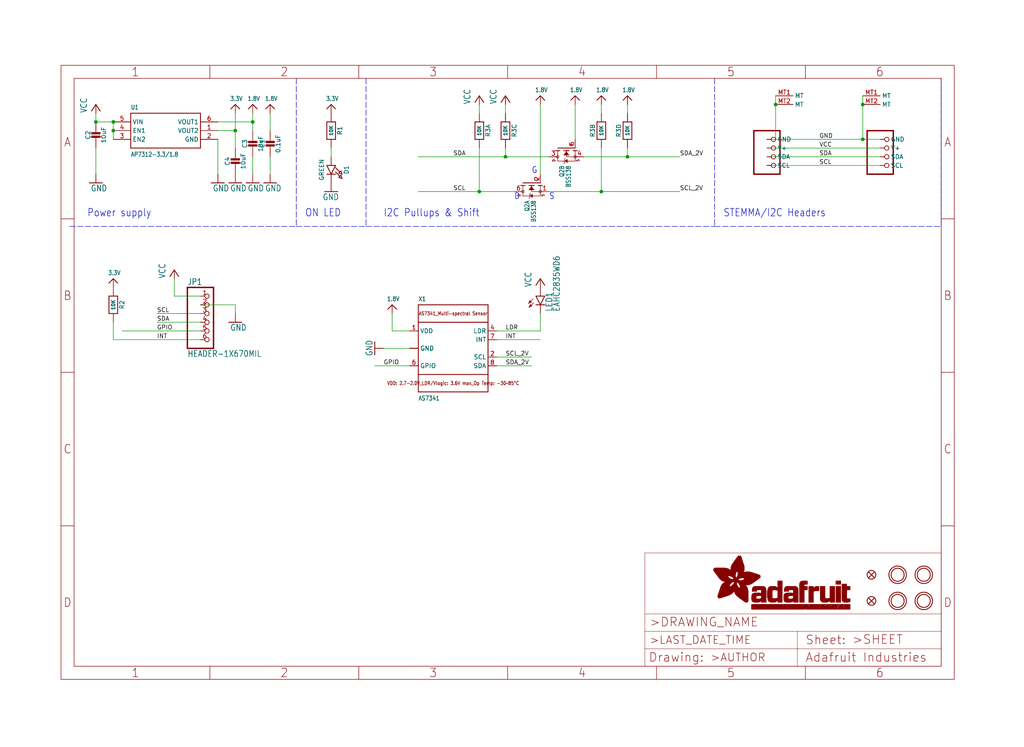
<source format=kicad_sch>
(kicad_sch (version 20211123) (generator eeschema)
  (paper "User" 298.45 217.881)
  (lib_symbols
    (symbol "eagleSchem-eagle-import:1.8V" (power)
      (property "Value" "1.8V" (at -1.524 1.016 0))
      (symbol "1.8V_1_0"
        (pin power_in line (at 0 -2.54 90) (length 2.54) (name "1.8V") (number "1"))
      )
    )
    (symbol "eagleSchem-eagle-import:3.3V" (power)
      (property "Value" "3.3V" (at -1.524 1.016 0))
      (symbol "3.3V_1_0"
        (pin power_in line (at 0 -2.54 90) (length 2.54) (name "3.3V") (number "1"))
      )
    )
    (symbol "eagleSchem-eagle-import:AS7341"
      (property "Reference" "X" (at -10.16 13.716 0))
      (property "Value" "AS7341" (at -10.16 -15.24 0))
      (symbol "AS7341_1_0"
        (text "AS7341_Multi-spectral Sensor" (at 0 10.16 0) (effects (font (size 1.016 0.8636))))
        (text "VDD: 2.7-2.0V_LDR/Vlogic: 3.6V max_Op Temp: -30~85°C" (at 0 -10.16 0) (effects (font (size 1.016 0.8636))))
        (pin power_in line (at -12.7 5.08 0) (length 2.54) (name "VDD") (number "1"))
        (pin input line (at 12.7 -2.54 180) (length 2.54) (name "SCL") (number "2"))
        (pin power_in line (at -12.7 0 0) (length 2.54) (name "GND") (number "3"))
        (pin bidirectional line (at 12.7 5.08 180) (length 2.54) (name "LDR") (number "4"))
        (pin power_in line (at -12.7 0 0) (length 2.54) (name "GND") (number "5"))
        (pin power_in line (at -12.7 -5.08 0) (length 2.54) (name "GPIO") (number "6"))
        (pin output line (at 12.7 2.54 180) (length 2.54) (name "INT") (number "7"))
        (pin bidirectional line (at 12.7 -5.08 180) (length 2.54) (name "SDA") (number "8"))
      )
    )
    (symbol "eagleSchem-eagle-import:CAP_CERAMIC0603_NO"
      (property "Reference" "C" (at -2.29 1.25 90))
      (property "Value" "CAP_CERAMIC0603_NO" (at 2.3 1.25 90))
      (symbol "CAP_CERAMIC0603_NO_1_0"
        (pin passive line (at 0 5.08 270) (length 2.54) (name "1") (number "1"))
        (pin passive line (at 0 -2.54 90) (length 2.54) (name "2") (number "2"))
      )
    )
    (symbol "eagleSchem-eagle-import:CAP_CERAMIC0805-NOOUTLINE"
      (property "Reference" "C" (at -2.29 1.25 90))
      (property "Value" "CAP_CERAMIC0805-NOOUTLINE" (at 2.3 1.25 90))
      (symbol "CAP_CERAMIC0805-NOOUTLINE_1_0"
        (pin passive line (at 0 5.08 270) (length 2.54) (name "1") (number "1"))
        (pin passive line (at 0 -2.54 90) (length 2.54) (name "2") (number "2"))
      )
    )
    (symbol "eagleSchem-eagle-import:FIDUCIAL_1MM")
    (symbol "eagleSchem-eagle-import:FRAME_A4_ADAFRUIT"
      (symbol "FRAME_A4_ADAFRUIT_0_0"
        (text "1" (at 21.6958 1.905 0) (effects (font (size 2.54 2.286))))
        (text "1" (at 21.6958 177.165 0) (effects (font (size 2.54 2.286))))
        (text "2" (at 65.0875 1.905 0) (effects (font (size 2.54 2.286))))
        (text "2" (at 65.0875 177.165 0) (effects (font (size 2.54 2.286))))
        (text "3" (at 108.4792 1.905 0) (effects (font (size 2.54 2.286))))
        (text "3" (at 108.4792 177.165 0) (effects (font (size 2.54 2.286))))
        (text "4" (at 151.8708 1.905 0) (effects (font (size 2.54 2.286))))
        (text "4" (at 151.8708 177.165 0) (effects (font (size 2.54 2.286))))
        (text "5" (at 195.2625 1.905 0) (effects (font (size 2.54 2.286))))
        (text "5" (at 195.2625 177.165 0) (effects (font (size 2.54 2.286))))
        (text "6" (at 238.6542 1.905 0) (effects (font (size 2.54 2.286))))
        (text "6" (at 238.6542 177.165 0) (effects (font (size 2.54 2.286))))
        (text "A" (at 1.905 156.6863 0) (effects (font (size 2.54 2.286))))
        (text "A" (at 258.445 156.6863 0) (effects (font (size 2.54 2.286))))
        (text "B" (at 1.905 111.9188 0) (effects (font (size 2.54 2.286))))
        (text "B" (at 258.445 111.9188 0) (effects (font (size 2.54 2.286))))
        (text "C" (at 1.905 67.1513 0) (effects (font (size 2.54 2.286))))
        (text "C" (at 258.445 67.1513 0) (effects (font (size 2.54 2.286))))
        (text "D" (at 1.905 22.3838 0) (effects (font (size 2.54 2.286))))
        (text "D" (at 258.445 22.3838 0) (effects (font (size 2.54 2.286))))
      )
      (symbol "FRAME_A4_ADAFRUIT_1_0"
        (text ">AUTHOR" (at 189.23 5.08 0) (effects (font (size 2.286 2.286)) (justify left bottom)))
        (text ">DRAWING_NAME" (at 171.45 15.24 0) (effects (font (size 2.54 2.54)) (justify left bottom)))
        (text ">LAST_DATE_TIME" (at 171.45 10.16 0) (effects (font (size 2.286 2.286)) (justify left bottom)))
        (text ">SHEET" (at 230.505 10.16 0) (effects (font (size 2.54 2.54)) (justify left bottom)))
        (text "Adafruit Industries" (at 216.916 4.953 0) (effects (font (size 2.54 2.54)) (justify left bottom)))
        (text "Drawing:" (at 171.196 4.953 0) (effects (font (size 2.54 2.54)) (justify left bottom)))
        (text "Sheet:" (at 216.916 10.033 0) (effects (font (size 2.54 2.54)) (justify left bottom)))
      )
    )
    (symbol "eagleSchem-eagle-import:GND" (power)
      (property "Value" "GND" (at -2.54 -2.54 0))
      (symbol "GND_1_0"
        (pin power_in line (at 0 2.54 270) (length 2.54) (name "GND") (number "1"))
      )
    )
    (symbol "eagleSchem-eagle-import:HEADER-1X670MIL"
      (property "Reference" "JP" (at -6.35 10.795 0))
      (property "Value" "HEADER-1X670MIL" (at -6.35 -10.16 0))
      (symbol "HEADER-1X670MIL_1_0"
        (pin passive inverted (at -2.54 7.62 0) (length 2.54) (name "1") (number "1"))
        (pin passive inverted (at -2.54 5.08 0) (length 2.54) (name "2") (number "2"))
        (pin passive inverted (at -2.54 2.54 0) (length 2.54) (name "3") (number "3"))
        (pin passive inverted (at -2.54 0 0) (length 2.54) (name "4") (number "4"))
        (pin passive inverted (at -2.54 -2.54 0) (length 2.54) (name "5") (number "5"))
        (pin passive inverted (at -2.54 -5.08 0) (length 2.54) (name "6") (number "6"))
      )
    )
    (symbol "eagleSchem-eagle-import:LED0603_NOOUTLINE"
      (property "Reference" "D" (at -1.27 4.445 0))
      (property "Value" "LED0603_NOOUTLINE" (at -1.27 -2.794 0))
      (symbol "LED0603_NOOUTLINE_1_0"
        (pin passive line (at -5.08 0 0) (length 2.54) (name "A") (number "A"))
        (pin passive line (at 2.54 0 180) (length 2.54) (name "C") (number "C"))
      )
    )
    (symbol "eagleSchem-eagle-import:LEDKA-3528ASYC"
      (property "Reference" "LED" (at 3.556 -4.572 90))
      (property "Value" "LEDKA-3528ASYC" (at 5.715 -4.572 90))
      (symbol "LEDKA-3528ASYC_1_0"
        (pin passive line (at 0 2.54 270) (length 2.54) (name "A") (number "A"))
        (pin passive line (at 0 -5.08 90) (length 2.54) (name "C") (number "C"))
      )
    )
    (symbol "eagleSchem-eagle-import:MOSFET-N_DUAL"
      (property "Reference" "Q" (at 5.08 0.635 0))
      (property "Value" "MOSFET-N_DUAL" (at 5.08 -1.27 0))
      (symbol "MOSFET-N_DUAL_1_0"
        (text "D" (at 3.175 3.175 0) (effects (font (size 0.8128 0.6908)) (justify left bottom)))
        (text "G" (at -1.27 -1.905 0) (effects (font (size 0.8128 0.6908)) (justify left bottom)))
        (text "S" (at 3.175 -3.81 0) (effects (font (size 0.8128 0.6908)) (justify left bottom)))
        (pin bidirectional line (at 2.54 -5.08 90) (length 2.54) (name "S") (number "1"))
        (pin bidirectional line (at -2.54 -2.54 0) (length 2.54) (name "G") (number "2"))
        (pin bidirectional line (at 2.54 5.08 270) (length 2.54) (name "D") (number "6"))
      )
      (symbol "MOSFET-N_DUAL_2_0"
        (text "D" (at 3.175 3.175 0) (effects (font (size 0.8128 0.6908)) (justify left bottom)))
        (text "G" (at -1.27 -1.905 0) (effects (font (size 0.8128 0.6908)) (justify left bottom)))
        (text "S" (at 3.175 -3.81 0) (effects (font (size 0.8128 0.6908)) (justify left bottom)))
        (pin bidirectional line (at 2.54 5.08 270) (length 2.54) (name "D") (number "3"))
        (pin bidirectional line (at 2.54 -5.08 90) (length 2.54) (name "S") (number "4"))
        (pin bidirectional line (at -2.54 -2.54 0) (length 2.54) (name "G") (number "5"))
      )
    )
    (symbol "eagleSchem-eagle-import:MOUNTINGHOLE2.5")
    (symbol "eagleSchem-eagle-import:RESISTOR_0603_NOOUT"
      (property "Reference" "R" (at 0 2.54 0))
      (property "Value" "RESISTOR_0603_NOOUT" (at 0 0 0))
      (symbol "RESISTOR_0603_NOOUT_1_0"
        (pin passive line (at -5.08 0 0) (length 2.54) (name "1") (number "1"))
        (pin passive line (at 5.08 0 180) (length 2.54) (name "2") (number "2"))
      )
    )
    (symbol "eagleSchem-eagle-import:RESISTOR_4PACK"
      (property "Reference" "R" (at 0 2.54 0))
      (property "Value" "RESISTOR_4PACK" (at 0 0 0))
      (symbol "RESISTOR_4PACK_1_0"
        (pin passive line (at -5.08 0 0) (length 2.54) (name "1") (number "1"))
        (pin passive line (at 5.08 0 180) (length 2.54) (name "2") (number "8"))
      )
      (symbol "RESISTOR_4PACK_2_0"
        (pin passive line (at -5.08 0 0) (length 2.54) (name "1") (number "2"))
        (pin passive line (at 5.08 0 180) (length 2.54) (name "2") (number "7"))
      )
      (symbol "RESISTOR_4PACK_3_0"
        (pin passive line (at -5.08 0 0) (length 2.54) (name "1") (number "3"))
        (pin passive line (at 5.08 0 180) (length 2.54) (name "2") (number "6"))
      )
      (symbol "RESISTOR_4PACK_4_0"
        (pin passive line (at -5.08 0 0) (length 2.54) (name "1") (number "4"))
        (pin passive line (at 5.08 0 180) (length 2.54) (name "2") (number "5"))
      )
    )
    (symbol "eagleSchem-eagle-import:STEMMA_I2C_QT"
      (symbol "STEMMA_I2C_QT_1_0"
        (pin passive inverted (at 0 5.08 0) (length 2.54) (name "GND") (number "1"))
        (pin passive inverted (at 0 2.54 0) (length 2.54) (name "V+") (number "2"))
        (pin passive inverted (at 0 0 0) (length 2.54) (name "SDA") (number "3"))
        (pin passive inverted (at 0 -2.54 0) (length 2.54) (name "SCL") (number "4"))
      )
      (symbol "STEMMA_I2C_QT_2_0"
        (pin bidirectional line (at 0 0 0) (length 5.08) (name "MT") (number "MT1"))
      )
      (symbol "STEMMA_I2C_QT_3_0"
        (pin bidirectional line (at 0 0 0) (length 5.08) (name "MT") (number "MT2"))
      )
    )
    (symbol "eagleSchem-eagle-import:VCC" (power)
      (property "Value" "VCC" (at -2.54 -2.54 90))
      (symbol "VCC_1_0"
        (pin power_in line (at 0 -2.54 90) (length 2.54) (name "VCC") (number "1"))
      )
    )
    (symbol "eagleSchem-eagle-import:VREG_SOT23-6_DUALAP7312"
      (property "Reference" "U" (at -10.16 6.096 0))
      (property "Value" "VREG_SOT23-6_DUALAP7312" (at -10.16 -7.62 0))
      (symbol "VREG_SOT23-6_DUALAP7312_1_0"
        (pin bidirectional line (at 15.24 0 180) (length 5.08) (name "VOUT2") (number "1"))
        (pin bidirectional line (at 15.24 -2.54 180) (length 5.08) (name "GND") (number "2"))
        (pin bidirectional line (at -15.24 -2.54 0) (length 5.08) (name "EN2") (number "3"))
        (pin bidirectional line (at -15.24 0 0) (length 5.08) (name "EN1") (number "4"))
        (pin bidirectional line (at -15.24 2.54 0) (length 5.08) (name "VIN") (number "5"))
        (pin bidirectional line (at 15.24 2.54 180) (length 5.08) (name "VOUT1") (number "6"))
      )
    )
  )
  (junction (at 226.06 30.48))
  (junction (at 33.02 38.1))
  (junction (at 139.7 55.88))
  (junction (at 182.88 45.72))
  (junction (at 27.94 35.56))
  (junction (at 175.26 55.88))
  (junction (at 147.32 45.72))
  (junction (at 73.66 35.56))
  (junction (at 68.58 38.1))
  (junction (at 251.46 40.64))
  (junction (at 33.02 35.56))
  (junction (at 251.46 30.48))
  (wire (pts (xy 182.88 45.72) (xy 198.12 45.72)))
  (wire (pts (xy 111.76 101.6) (xy 119.38 101.6)))
  (wire (pts (xy 175.26 43.18) (xy 175.26 55.88)))
  (wire (pts (xy 160.02 45.72) (xy 147.32 45.72)))
  (wire (pts (xy 226.06 30.48) (xy 226.06 40.64)))
  (wire (pts (xy 223.52 43.18) (xy 256.54 43.18)))
  (wire (pts (xy 251.46 40.64) (xy 251.46 30.48)))
  (wire (pts (xy 182.88 33.02) (xy 182.88 30.48)))
  (wire (pts (xy 78.74 45.72) (xy 78.74 50.8)))
  (wire (pts (xy 170.18 45.72) (xy 182.88 45.72)))
  (wire (pts (xy 167.64 40.64) (xy 167.64 30.48)))
  (polyline (pts (xy 274.32 22.86) (xy 274.32 66.04)))
  (wire (pts (xy 182.88 43.18) (xy 182.88 45.72)))
  (wire (pts (xy 175.26 33.02) (xy 175.26 30.48)))
  (wire (pts (xy 147.32 43.18) (xy 147.32 45.72)))
  (wire (pts (xy 68.58 88.9) (xy 68.58 91.44)))
  (wire (pts (xy 73.66 45.72) (xy 73.66 50.8)))
  (wire (pts (xy 157.48 50.8) (xy 157.48 30.48)))
  (wire (pts (xy 33.02 93.98) (xy 33.02 99.06)))
  (wire (pts (xy 175.26 55.88) (xy 198.12 55.88)))
  (wire (pts (xy 33.02 38.1) (xy 33.02 40.64)))
  (wire (pts (xy 114.3 91.44) (xy 114.3 96.52)))
  (wire (pts (xy 147.32 45.72) (xy 121.92 45.72)))
  (wire (pts (xy 27.94 33.02) (xy 27.94 35.56)))
  (wire (pts (xy 58.42 93.98) (xy 45.72 93.98)))
  (polyline (pts (xy 86.36 66.04) (xy 106.68 66.04)))
  (wire (pts (xy 58.42 88.9) (xy 68.58 88.9)))
  (wire (pts (xy 58.42 86.36) (xy 50.8 86.36)))
  (polyline (pts (xy 20.32 66.04) (xy 86.36 66.04)))
  (wire (pts (xy 63.5 40.64) (xy 63.5 50.8)))
  (wire (pts (xy 226.06 27.94) (xy 226.06 30.48)))
  (wire (pts (xy 58.42 91.44) (xy 45.72 91.44)))
  (polyline (pts (xy 208.28 22.86) (xy 208.28 66.04)))
  (wire (pts (xy 78.74 33.02) (xy 78.74 38.1)))
  (wire (pts (xy 33.02 35.56) (xy 33.02 38.1)))
  (wire (pts (xy 256.54 40.64) (xy 251.46 40.64)))
  (wire (pts (xy 147.32 33.02) (xy 147.32 30.48)))
  (wire (pts (xy 58.42 96.52) (xy 35.56 96.52)))
  (wire (pts (xy 139.7 30.48) (xy 139.7 33.02)))
  (wire (pts (xy 223.52 48.26) (xy 256.54 48.26)))
  (polyline (pts (xy 86.36 22.86) (xy 86.36 66.04)))
  (wire (pts (xy 114.3 96.52) (xy 119.38 96.52)))
  (polyline (pts (xy 106.68 66.04) (xy 208.28 66.04)))
  (wire (pts (xy 144.78 104.14) (xy 154.94 104.14)))
  (wire (pts (xy 256.54 45.72) (xy 223.52 45.72)))
  (wire (pts (xy 139.7 43.18) (xy 139.7 55.88)))
  (wire (pts (xy 68.58 33.02) (xy 68.58 38.1)))
  (wire (pts (xy 96.52 45.72) (xy 96.52 43.18)))
  (wire (pts (xy 73.66 35.56) (xy 73.66 33.02)))
  (polyline (pts (xy 106.68 22.86) (xy 106.68 66.04)))
  (wire (pts (xy 33.02 35.56) (xy 27.94 35.56)))
  (polyline (pts (xy 208.28 66.04) (xy 274.32 66.04)))
  (wire (pts (xy 251.46 30.48) (xy 251.46 27.94)))
  (wire (pts (xy 58.42 99.06) (xy 33.02 99.06)))
  (wire (pts (xy 139.7 55.88) (xy 121.92 55.88)))
  (wire (pts (xy 119.38 106.68) (xy 109.22 106.68)))
  (wire (pts (xy 149.86 55.88) (xy 139.7 55.88)))
  (wire (pts (xy 154.94 106.68) (xy 144.78 106.68)))
  (wire (pts (xy 160.02 55.88) (xy 175.26 55.88)))
  (wire (pts (xy 63.5 35.56) (xy 73.66 35.56)))
  (wire (pts (xy 144.78 99.06) (xy 157.48 99.06)))
  (wire (pts (xy 73.66 35.56) (xy 73.66 38.1)))
  (wire (pts (xy 63.5 38.1) (xy 68.58 38.1)))
  (wire (pts (xy 157.48 91.44) (xy 157.48 96.52)))
  (wire (pts (xy 27.94 50.8) (xy 27.94 43.18)))
  (wire (pts (xy 50.8 86.36) (xy 50.8 81.28)))
  (wire (pts (xy 68.58 38.1) (xy 68.58 43.18)))
  (wire (pts (xy 144.78 96.52) (xy 157.48 96.52)))
  (wire (pts (xy 223.52 40.64) (xy 251.46 40.64)))
  (text "D" (at 149.86 58.42 180) (effects (font (size 1.778 1.5113)) (justify left bottom)))
  (text "I2C Pullups & Shift" (at 111.76 63.5 180) (effects (font (size 2.1844 1.8567)) (justify left bottom)))
  (text "ON LED" (at 88.9 63.5 180) (effects (font (size 2.1844 1.8567)) (justify left bottom)))
  (text "G" (at 154.94 50.8 180) (effects (font (size 1.778 1.5113)) (justify left bottom)))
  (text "STEMMA/I2C Headers" (at 210.82 63.5 180) (effects (font (size 2.1844 1.8567)) (justify left bottom)))
  (text "Power supply" (at 25.4 63.5 180) (effects (font (size 2.1844 1.8567)) (justify left bottom)))
  (text "S" (at 160.02 58.42 180) (effects (font (size 1.778 1.5113)) (justify left bottom)))
  (label "SCL" (at 45.72 91.44 0) (effects (font (size 1.2446 1.2446))))
  (label "SCL" (at 238.76 48.26 0) (effects (font (size 1.2446 1.2446))))
  (label "LDR" (at 147.32 96.52 0) (effects (font (size 1.2446 1.2446))))
  (label "VCC" (at 238.76 43.18 0) (effects (font (size 1.2446 1.2446))))
  (label "SDA" (at 132.08 45.72 0) (effects (font (size 1.2446 1.2446))))
  (label "SCL_2V" (at 198.12 55.88 0) (effects (font (size 1.2446 1.2446))))
  (label "SDA_2V" (at 147.32 106.68 0) (effects (font (size 1.2446 1.2446))))
  (label "SCL_2V" (at 147.32 104.14 0) (effects (font (size 1.2446 1.2446))))
  (label "SDA_2V" (at 198.12 45.72 0) (effects (font (size 1.2446 1.2446))))
  (label "SCL" (at 132.08 55.88 0) (effects (font (size 1.2446 1.2446))))
  (label "GPIO" (at 45.72 96.52 0) (effects (font (size 1.2446 1.2446))))
  (label "INT" (at 147.32 99.06 0) (effects (font (size 1.2446 1.2446))))
  (label "SDA" (at 238.76 45.72 0) (effects (font (size 1.2446 1.2446))))
  (label "SDA" (at 45.72 93.98 0) (effects (font (size 1.2446 1.2446))))
  (label "INT" (at 45.72 99.06 0) (effects (font (size 1.2446 1.2446))))
  (label "GPIO" (at 111.76 106.68 0) (effects (font (size 1.2446 1.2446))))
  (label "GND" (at 238.76 40.64 0) (effects (font (size 1.2446 1.2446))))
  (symbol (lib_id "eagleSchem-eagle-import:GND") (at 96.52 55.88 0) (unit 1)
    (property "Reference" "#GND6" (effects hide))
    (property "Value" "GND" (at 93.98 58.42 0) (effects (font (size 1.778 1.5113)) (justify left bottom)))
    (property "Footprint" "eagleSchem:" (effects hide))
  )
  (symbol (lib_id "eagleSchem-eagle-import:CAP_CERAMIC0603_NO") (at 78.74 43.18 0) (unit 1)
    (property "Reference" "C1" (at 76.45 41.93 90))
    (property "Value" "0.1uF" (at 81.04 41.93 90))
    (property "Footprint" "eagleSchem:0603-NO" (effects hide))
  )
  (symbol (lib_id "eagleSchem-eagle-import:FIDUCIAL_1MM") (at 254 167.64 0) (unit 1)
    (property "Reference" "FID4" (effects hide))
    (property "Value" "FIDUCIAL_1MM" (effects hide))
    (property "Footprint" "eagleSchem:FIDUCIAL_1MM" (effects hide))
  )
  (symbol (lib_id "eagleSchem-eagle-import:CAP_CERAMIC0805-NOOUTLINE") (at 73.66 43.18 0) (unit 1)
    (property "Reference" "C3" (at 71.37 41.93 90))
    (property "Value" "10uF" (at 75.96 41.93 90))
    (property "Footprint" "eagleSchem:0805-NO" (effects hide))
  )
  (symbol (lib_id "eagleSchem-eagle-import:LED0603_NOOUTLINE") (at 96.52 50.8 270) (unit 1)
    (property "Reference" "D1" (at 100.965 49.53 0))
    (property "Value" "GREEN" (at 93.726 49.53 0))
    (property "Footprint" "eagleSchem:CHIPLED_0603_NOOUTLINE" (effects hide))
  )
  (symbol (lib_id "eagleSchem-eagle-import:1.8V") (at 182.88 27.94 0) (unit 1)
    (property "Reference" "#U$15" (effects hide))
    (property "Value" "1.8V" (at 181.356 26.924 0) (effects (font (size 1.27 1.0795)) (justify left bottom)))
    (property "Footprint" "eagleSchem:" (effects hide))
  )
  (symbol (lib_id "eagleSchem-eagle-import:VCC") (at 50.8 78.74 0) (unit 1)
    (property "Reference" "#P+4" (effects hide))
    (property "Value" "VCC" (at 48.26 81.28 90) (effects (font (size 1.778 1.5113)) (justify left bottom)))
    (property "Footprint" "eagleSchem:" (effects hide))
  )
  (symbol (lib_id "eagleSchem-eagle-import:3.3V") (at 96.52 30.48 0) (unit 1)
    (property "Reference" "#U$8" (effects hide))
    (property "Value" "3.3V" (at 94.996 29.464 0) (effects (font (size 1.27 1.0795)) (justify left bottom)))
    (property "Footprint" "eagleSchem:" (effects hide))
  )
  (symbol (lib_id "eagleSchem-eagle-import:HEADER-1X670MIL") (at 60.96 93.98 0) (unit 1)
    (property "Reference" "JP1" (at 54.61 83.185 0) (effects (font (size 1.778 1.5113)) (justify left bottom)))
    (property "Value" "HEADER-1X670MIL" (at 54.61 104.14 0) (effects (font (size 1.778 1.5113)) (justify left bottom)))
    (property "Footprint" "eagleSchem:1X06_ROUND_70" (effects hide))
  )
  (symbol (lib_id "eagleSchem-eagle-import:GND") (at 73.66 53.34 0) (unit 1)
    (property "Reference" "#U$5" (effects hide))
    (property "Value" "GND" (at 72.136 55.88 0) (effects (font (size 1.778 1.5113)) (justify left bottom)))
    (property "Footprint" "eagleSchem:" (effects hide))
  )
  (symbol (lib_id "eagleSchem-eagle-import:GND") (at 27.94 53.34 0) (unit 1)
    (property "Reference" "#U$13" (effects hide))
    (property "Value" "GND" (at 26.416 55.88 0) (effects (font (size 1.778 1.5113)) (justify left bottom)))
    (property "Footprint" "eagleSchem:" (effects hide))
  )
  (symbol (lib_id "eagleSchem-eagle-import:RESISTOR_4PACK") (at 147.32 38.1 270) (unit 3)
    (property "Reference" "R3" (at 149.86 38.1 0))
    (property "Value" "10K" (at 147.32 38.1 0) (effects (font (size 1.016 1.016) bold)))
    (property "Footprint" "eagleSchem:RESPACK_4X0603" (effects hide))
  )
  (symbol (lib_id "eagleSchem-eagle-import:MOUNTINGHOLE2.5") (at 261.62 167.64 0) (unit 1)
    (property "Reference" "U$17" (effects hide))
    (property "Value" "MOUNTINGHOLE2.5" (effects hide))
    (property "Footprint" "eagleSchem:MOUNTINGHOLE_2.5_PLATED" (effects hide))
  )
  (symbol (lib_id "eagleSchem-eagle-import:1.8V") (at 78.74 30.48 0) (unit 1)
    (property "Reference" "#U$7" (effects hide))
    (property "Value" "1.8V" (at 77.216 29.464 0) (effects (font (size 1.27 1.0795)) (justify left bottom)))
    (property "Footprint" "eagleSchem:" (effects hide))
  )
  (symbol (lib_id "eagleSchem-eagle-import:1.8V") (at 157.48 27.94 0) (unit 1)
    (property "Reference" "#U$12" (effects hide))
    (property "Value" "1.8V" (at 155.956 26.924 0) (effects (font (size 1.27 1.0795)) (justify left bottom)))
    (property "Footprint" "eagleSchem:" (effects hide))
  )
  (symbol (lib_id "eagleSchem-eagle-import:RESISTOR_4PACK") (at 182.88 38.1 90) (mirror x) (unit 4)
    (property "Reference" "R3" (at 180.34 38.1 0))
    (property "Value" "10K" (at 182.88 38.1 0) (effects (font (size 1.016 1.016) bold)))
    (property "Footprint" "eagleSchem:RESPACK_4X0603" (effects hide))
  )
  (symbol (lib_id "eagleSchem-eagle-import:FIDUCIAL_1MM") (at 254 175.26 0) (unit 1)
    (property "Reference" "FID3" (effects hide))
    (property "Value" "FIDUCIAL_1MM" (effects hide))
    (property "Footprint" "eagleSchem:FIDUCIAL_1MM" (effects hide))
  )
  (symbol (lib_id "eagleSchem-eagle-import:RESISTOR_4PACK") (at 139.7 38.1 270) (unit 1)
    (property "Reference" "R3" (at 142.24 38.1 0))
    (property "Value" "10K" (at 139.7 38.1 0) (effects (font (size 1.016 1.016) bold)))
    (property "Footprint" "eagleSchem:RESPACK_4X0603" (effects hide))
  )
  (symbol (lib_id "eagleSchem-eagle-import:GND") (at 78.74 53.34 0) (unit 1)
    (property "Reference" "#U$6" (effects hide))
    (property "Value" "GND" (at 77.216 55.88 0) (effects (font (size 1.778 1.5113)) (justify left bottom)))
    (property "Footprint" "eagleSchem:" (effects hide))
  )
  (symbol (lib_id "eagleSchem-eagle-import:MOUNTINGHOLE2.5") (at 261.62 175.26 0) (unit 1)
    (property "Reference" "U$1" (effects hide))
    (property "Value" "MOUNTINGHOLE2.5" (effects hide))
    (property "Footprint" "eagleSchem:MOUNTINGHOLE_2.5_PLATED" (effects hide))
  )
  (symbol (lib_id "eagleSchem-eagle-import:STEMMA_I2C_QT") (at 251.46 27.94 0) (unit 2)
    (property "Reference" "CONN4" (effects hide))
    (property "Value" "STEMMA_I2C_QT" (effects hide))
    (property "Footprint" "eagleSchem:JST_SH4" (effects hide))
  )
  (symbol (lib_id "eagleSchem-eagle-import:AS7341") (at 132.08 101.6 0) (unit 1)
    (property "Reference" "X1" (at 121.92 87.884 0) (effects (font (size 1.27 1.0795)) (justify left bottom)))
    (property "Value" "AS7341" (at 121.92 116.84 0) (effects (font (size 1.27 1.0795)) (justify left bottom)))
    (property "Footprint" "eagleSchem:AS7341" (effects hide))
  )
  (symbol (lib_id "eagleSchem-eagle-import:MOUNTINGHOLE2.5") (at 269.24 167.64 0) (unit 1)
    (property "Reference" "U$19" (effects hide))
    (property "Value" "MOUNTINGHOLE2.5" (effects hide))
    (property "Footprint" "eagleSchem:MOUNTINGHOLE_2.5_PLATED" (effects hide))
  )
  (symbol (lib_id "eagleSchem-eagle-import:VCC") (at 27.94 30.48 0) (unit 1)
    (property "Reference" "#P+3" (effects hide))
    (property "Value" "VCC" (at 25.4 33.02 90) (effects (font (size 1.778 1.5113)) (justify left bottom)))
    (property "Footprint" "eagleSchem:" (effects hide))
  )
  (symbol (lib_id "eagleSchem-eagle-import:1.8V") (at 175.26 27.94 0) (unit 1)
    (property "Reference" "#U$14" (effects hide))
    (property "Value" "1.8V" (at 173.736 26.924 0) (effects (font (size 1.27 1.0795)) (justify left bottom)))
    (property "Footprint" "eagleSchem:" (effects hide))
  )
  (symbol (lib_id "eagleSchem-eagle-import:STEMMA_I2C_QT") (at 226.06 27.94 0) (unit 2)
    (property "Reference" "CONN3" (effects hide))
    (property "Value" "STEMMA_I2C_QT" (effects hide))
    (property "Footprint" "eagleSchem:JST_SH4" (effects hide))
  )
  (symbol (lib_id "eagleSchem-eagle-import:MOSFET-N_DUAL") (at 165.1 43.18 90) (mirror x) (unit 2)
    (property "Reference" "Q2" (at 164.465 48.26 0) (effects (font (size 1.27 1.0795)) (justify left bottom)))
    (property "Value" "BSS138" (at 166.37 48.26 0) (effects (font (size 1.27 1.0795)) (justify left bottom)))
    (property "Footprint" "eagleSchem:SOT363" (effects hide))
  )
  (symbol (lib_id "eagleSchem-eagle-import:1.8V") (at 73.66 30.48 0) (unit 1)
    (property "Reference" "#U$4" (effects hide))
    (property "Value" "1.8V" (at 72.136 29.464 0) (effects (font (size 1.27 1.0795)) (justify left bottom)))
    (property "Footprint" "eagleSchem:" (effects hide))
  )
  (symbol (lib_id "eagleSchem-eagle-import:GND") (at 109.22 101.6 270) (unit 1)
    (property "Reference" "#GND1" (effects hide))
    (property "Value" "GND" (at 106.68 99.06 0) (effects (font (size 1.778 1.5113)) (justify left bottom)))
    (property "Footprint" "eagleSchem:" (effects hide))
  )
  (symbol (lib_id "eagleSchem-eagle-import:VREG_SOT23-6_DUALAP7312") (at 48.26 38.1 0) (unit 1)
    (property "Reference" "U1" (at 38.1 32.004 0) (effects (font (size 1.27 1.0795)) (justify left bottom)))
    (property "Value" "AP7312-3.3/1.8" (at 38.1 45.72 0) (effects (font (size 1.27 1.0795)) (justify left bottom)))
    (property "Footprint" "eagleSchem:SOT23-6" (effects hide))
  )
  (symbol (lib_id "eagleSchem-eagle-import:CAP_CERAMIC0805-NOOUTLINE") (at 27.94 40.64 0) (unit 1)
    (property "Reference" "C2" (at 25.65 39.39 90))
    (property "Value" "10uF" (at 30.24 39.39 90))
    (property "Footprint" "eagleSchem:0805-NO" (effects hide))
  )
  (symbol (lib_id "eagleSchem-eagle-import:3.3V") (at 33.02 81.28 0) (unit 1)
    (property "Reference" "#U$23" (effects hide))
    (property "Value" "3.3V" (at 31.496 80.264 0) (effects (font (size 1.27 1.0795)) (justify left bottom)))
    (property "Footprint" "eagleSchem:" (effects hide))
  )
  (symbol (lib_id "eagleSchem-eagle-import:GND") (at 63.5 53.34 0) (unit 1)
    (property "Reference" "#U$3" (effects hide))
    (property "Value" "GND" (at 61.976 55.88 0) (effects (font (size 1.778 1.5113)) (justify left bottom)))
    (property "Footprint" "eagleSchem:" (effects hide))
  )
  (symbol (lib_id "eagleSchem-eagle-import:VCC") (at 157.48 81.28 0) (unit 1)
    (property "Reference" "#P+6" (effects hide))
    (property "Value" "VCC" (at 154.94 83.82 90) (effects (font (size 1.778 1.5113)) (justify left bottom)))
    (property "Footprint" "eagleSchem:" (effects hide))
  )
  (symbol (lib_id "eagleSchem-eagle-import:STEMMA_I2C_QT") (at 226.06 30.48 0) (unit 3)
    (property "Reference" "CONN3" (effects hide))
    (property "Value" "STEMMA_I2C_QT" (effects hide))
    (property "Footprint" "eagleSchem:JST_SH4" (effects hide))
  )
  (symbol (lib_id "eagleSchem-eagle-import:3.3V") (at 68.58 30.48 0) (unit 1)
    (property "Reference" "#U$20" (effects hide))
    (property "Value" "3.3V" (at 67.056 29.464 0) (effects (font (size 1.27 1.0795)) (justify left bottom)))
    (property "Footprint" "eagleSchem:" (effects hide))
  )
  (symbol (lib_id "eagleSchem-eagle-import:RESISTOR_4PACK") (at 175.26 38.1 90) (mirror x) (unit 2)
    (property "Reference" "R3" (at 172.72 38.1 0))
    (property "Value" "10K" (at 175.26 38.1 0) (effects (font (size 1.016 1.016) bold)))
    (property "Footprint" "eagleSchem:RESPACK_4X0603" (effects hide))
  )
  (symbol (lib_id "eagleSchem-eagle-import:RESISTOR_0603_NOOUT") (at 96.52 38.1 270) (unit 1)
    (property "Reference" "R1" (at 99.06 38.1 0))
    (property "Value" "10K" (at 96.52 38.1 0) (effects (font (size 1.016 1.016) bold)))
    (property "Footprint" "eagleSchem:0603-NO" (effects hide))
  )
  (symbol (lib_id "eagleSchem-eagle-import:FRAME_A4_ADAFRUIT") (at 17.78 198.12 0) (unit 1)
    (property "Reference" "#U$18" (effects hide))
    (property "Value" "FRAME_A4_ADAFRUIT" (effects hide))
    (property "Footprint" "eagleSchem:" (effects hide))
  )
  (symbol (lib_id "eagleSchem-eagle-import:CAP_CERAMIC0805-NOOUTLINE") (at 68.58 48.26 0) (unit 1)
    (property "Reference" "C4" (at 66.29 47.01 90))
    (property "Value" "10uF" (at 70.88 47.01 90))
    (property "Footprint" "eagleSchem:0805-NO" (effects hide))
  )
  (symbol (lib_id "eagleSchem-eagle-import:STEMMA_I2C_QT") (at 251.46 30.48 0) (unit 3)
    (property "Reference" "CONN4" (effects hide))
    (property "Value" "STEMMA_I2C_QT" (effects hide))
    (property "Footprint" "eagleSchem:JST_SH4" (effects hide))
  )
  (symbol (lib_id "eagleSchem-eagle-import:GND") (at 68.58 93.98 0) (unit 1)
    (property "Reference" "#U$10" (effects hide))
    (property "Value" "GND" (at 67.056 96.52 0) (effects (font (size 1.778 1.5113)) (justify left bottom)))
    (property "Footprint" "eagleSchem:" (effects hide))
  )
  (symbol (lib_id "eagleSchem-eagle-import:VCC") (at 139.7 27.94 0) (unit 1)
    (property "Reference" "#P+1" (effects hide))
    (property "Value" "VCC" (at 137.16 30.48 90) (effects (font (size 1.778 1.5113)) (justify left bottom)))
    (property "Footprint" "eagleSchem:" (effects hide))
  )
  (symbol (lib_id "eagleSchem-eagle-import:STEMMA_I2C_QT") (at 256.54 45.72 0) (unit 1)
    (property "Reference" "CONN4" (effects hide))
    (property "Value" "STEMMA_I2C_QT" (effects hide))
    (property "Footprint" "eagleSchem:JST_SH4" (effects hide))
  )
  (symbol (lib_id "eagleSchem-eagle-import:1.8V") (at 167.64 27.94 0) (unit 1)
    (property "Reference" "#U$9" (effects hide))
    (property "Value" "1.8V" (at 166.116 26.924 0) (effects (font (size 1.27 1.0795)) (justify left bottom)))
    (property "Footprint" "eagleSchem:" (effects hide))
  )
  (symbol (lib_id "eagleSchem-eagle-import:RESISTOR_0603_NOOUT") (at 33.02 88.9 270) (unit 1)
    (property "Reference" "R2" (at 35.56 88.9 0))
    (property "Value" "10K" (at 33.02 88.9 0) (effects (font (size 1.016 1.016) bold)))
    (property "Footprint" "eagleSchem:0603-NO" (effects hide))
  )
  (symbol (lib_id "eagleSchem-eagle-import:GND") (at 68.58 53.34 0) (unit 1)
    (property "Reference" "#U$11" (effects hide))
    (property "Value" "GND" (at 67.056 55.88 0) (effects (font (size 1.778 1.5113)) (justify left bottom)))
    (property "Footprint" "eagleSchem:" (effects hide))
  )
  (symbol (lib_id "eagleSchem-eagle-import:LEDKA-3528ASYC") (at 157.48 86.36 0) (unit 1)
    (property "Reference" "LED1" (at 161.036 90.932 90) (effects (font (size 1.778 1.5113)) (justify left bottom)))
    (property "Value" "EAHC2835WD6  " (at 163.195 90.932 90) (effects (font (size 1.778 1.5113)) (justify left bottom)))
    (property "Footprint" "eagleSchem:KA-3528ASYC" (effects hide))
  )
  (symbol (lib_id "eagleSchem-eagle-import:MOUNTINGHOLE2.5") (at 269.24 175.26 0) (unit 1)
    (property "Reference" "U$21" (effects hide))
    (property "Value" "MOUNTINGHOLE2.5" (effects hide))
    (property "Footprint" "eagleSchem:MOUNTINGHOLE_2.5_PLATED" (effects hide))
  )
  (symbol (lib_id "eagleSchem-eagle-import:STEMMA_I2C_QT") (at 223.52 45.72 0) (unit 1)
    (property "Reference" "CONN3" (effects hide))
    (property "Value" "STEMMA_I2C_QT" (effects hide))
    (property "Footprint" "eagleSchem:JST_SH4" (effects hide))
  )
  (symbol (lib_id "eagleSchem-eagle-import:1.8V") (at 114.3 88.9 0) (unit 1)
    (property "Reference" "#U$16" (effects hide))
    (property "Value" "1.8V" (at 112.776 87.884 0) (effects (font (size 1.27 1.0795)) (justify left bottom)))
    (property "Footprint" "eagleSchem:" (effects hide))
  )
  (symbol (lib_id "eagleSchem-eagle-import:VCC") (at 147.32 27.94 0) (unit 1)
    (property "Reference" "#P+2" (effects hide))
    (property "Value" "VCC" (at 144.78 30.48 90) (effects (font (size 1.778 1.5113)) (justify left bottom)))
    (property "Footprint" "eagleSchem:" (effects hide))
  )
  (symbol (lib_id "eagleSchem-eagle-import:MOSFET-N_DUAL") (at 154.94 53.34 90) (mirror x) (unit 1)
    (property "Reference" "Q2" (at 154.305 58.42 0) (effects (font (size 1.27 1.0795)) (justify left bottom)))
    (property "Value" "BSS138" (at 156.21 58.42 0) (effects (font (size 1.27 1.0795)) (justify left bottom)))
    (property "Footprint" "eagleSchem:SOT363" (effects hide))
  )
)
</source>
